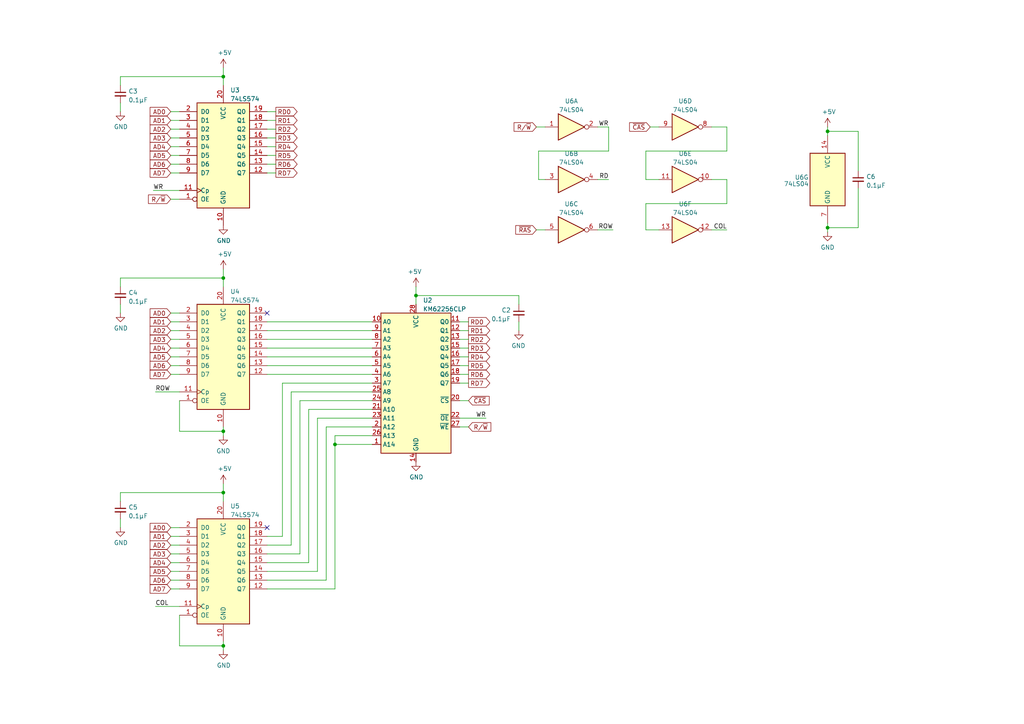
<source format=kicad_sch>
(kicad_sch (version 20211123) (generator eeschema)
  (paper "A4")
  (lib_symbols
    (symbol "74xx:74LS04"
      (property "Reference" "U" (at 0 1.27 0))
      (property "Value" "74LS04" (at 0 -1.27 0))
      (symbol "74LS04_1_0"
        (polyline (pts (xy -3.81 3.81) (xy -3.81 -3.81) (xy 3.81 0) (xy -3.81 3.81)) (stroke (width 0.254)) (fill (type background)))
        (pin input line (at -7.62 0 0) (length 3.81) (name "~") (number "1"))
        (pin output inverted (at 7.62 0 180) (length 3.81) (name "~") (number "2"))
      )
      (symbol "74LS04_2_0"
        (polyline (pts (xy -3.81 3.81) (xy -3.81 -3.81) (xy 3.81 0) (xy -3.81 3.81)) (stroke (width 0.254)) (fill (type background)))
        (pin input line (at -7.62 0 0) (length 3.81) (name "~") (number "3"))
        (pin output inverted (at 7.62 0 180) (length 3.81) (name "~") (number "4"))
      )
      (symbol "74LS04_3_0"
        (polyline (pts (xy -3.81 3.81) (xy -3.81 -3.81) (xy 3.81 0) (xy -3.81 3.81)) (stroke (width 0.254)) (fill (type background)))
        (pin input line (at -7.62 0 0) (length 3.81) (name "~") (number "5"))
        (pin output inverted (at 7.62 0 180) (length 3.81) (name "~") (number "6"))
      )
      (symbol "74LS04_4_0"
        (polyline (pts (xy -3.81 3.81) (xy -3.81 -3.81) (xy 3.81 0) (xy -3.81 3.81)) (stroke (width 0.254)) (fill (type background)))
        (pin output inverted (at 7.62 0 180) (length 3.81) (name "~") (number "8"))
        (pin input line (at -7.62 0 0) (length 3.81) (name "~") (number "9"))
      )
      (symbol "74LS04_5_0"
        (polyline (pts (xy -3.81 3.81) (xy -3.81 -3.81) (xy 3.81 0) (xy -3.81 3.81)) (stroke (width 0.254)) (fill (type background)))
        (pin output inverted (at 7.62 0 180) (length 3.81) (name "~") (number "10"))
        (pin input line (at -7.62 0 0) (length 3.81) (name "~") (number "11"))
      )
      (symbol "74LS04_6_0"
        (polyline (pts (xy -3.81 3.81) (xy -3.81 -3.81) (xy 3.81 0) (xy -3.81 3.81)) (stroke (width 0.254)) (fill (type background)))
        (pin output inverted (at 7.62 0 180) (length 3.81) (name "~") (number "12"))
        (pin input line (at -7.62 0 0) (length 3.81) (name "~") (number "13"))
      )
      (symbol "74LS04_7_0"
        (pin power_in line (at 0 12.7 270) (length 5.08) (name "VCC") (number "14"))
        (pin power_in line (at 0 -12.7 90) (length 5.08) (name "GND") (number "7"))
      )
      (symbol "74LS04_7_1"
        (rectangle (start -5.08 7.62) (end 5.08 -7.62) (stroke (width 0.254)) (fill (type background)))
      )
    )
    (symbol "74xx:74LS574" (pin_names (offset 1.016))
      (property "Reference" "U" (at -7.62 16.51 0))
      (property "Value" "74LS574" (at -7.62 -16.51 0))
      (symbol "74LS574_1_0"
        (pin input inverted (at -12.7 -12.7 0) (length 5.08) (name "OE") (number "1"))
        (pin power_in line (at 0 -20.32 90) (length 5.08) (name "GND") (number "10"))
        (pin input clock (at -12.7 -10.16 0) (length 5.08) (name "Cp") (number "11"))
        (pin tri_state line (at 12.7 -5.08 180) (length 5.08) (name "Q7") (number "12"))
        (pin tri_state line (at 12.7 -2.54 180) (length 5.08) (name "Q6") (number "13"))
        (pin tri_state line (at 12.7 0 180) (length 5.08) (name "Q5") (number "14"))
        (pin tri_state line (at 12.7 2.54 180) (length 5.08) (name "Q4") (number "15"))
        (pin tri_state line (at 12.7 5.08 180) (length 5.08) (name "Q3") (number "16"))
        (pin tri_state line (at 12.7 7.62 180) (length 5.08) (name "Q2") (number "17"))
        (pin tri_state line (at 12.7 10.16 180) (length 5.08) (name "Q1") (number "18"))
        (pin tri_state line (at 12.7 12.7 180) (length 5.08) (name "Q0") (number "19"))
        (pin input line (at -12.7 12.7 0) (length 5.08) (name "D0") (number "2"))
        (pin power_in line (at 0 20.32 270) (length 5.08) (name "VCC") (number "20"))
        (pin input line (at -12.7 10.16 0) (length 5.08) (name "D1") (number "3"))
        (pin input line (at -12.7 7.62 0) (length 5.08) (name "D2") (number "4"))
        (pin input line (at -12.7 5.08 0) (length 5.08) (name "D3") (number "5"))
        (pin input line (at -12.7 2.54 0) (length 5.08) (name "D4") (number "6"))
        (pin input line (at -12.7 0 0) (length 5.08) (name "D5") (number "7"))
        (pin input line (at -12.7 -2.54 0) (length 5.08) (name "D6") (number "8"))
        (pin input line (at -12.7 -5.08 0) (length 5.08) (name "D7") (number "9"))
      )
      (symbol "74LS574_1_1"
        (rectangle (start -7.62 15.24) (end 7.62 -15.24) (stroke (width 0.254)) (fill (type background)))
      )
    )
    (symbol "Device:C_Small" (pin_numbers hide) (pin_names (offset 0.254) hide)
      (property "Reference" "C" (at 0.254 1.778 0))
      (property "Value" "C_Small" (at 0.254 -2.032 0))
      (symbol "C_Small_0_1"
        (polyline (pts (xy -1.524 -0.508) (xy 1.524 -0.508)) (stroke (width 0.3302)))
        (polyline (pts (xy -1.524 0.508) (xy 1.524 0.508)) (stroke (width 0.3048)))
      )
      (symbol "C_Small_1_1"
        (pin passive line (at 0 2.54 270) (length 2.032) (name "~") (number "1"))
        (pin passive line (at 0 -2.54 90) (length 2.032) (name "~") (number "2"))
      )
    )
    (symbol "Memory_RAM:KM62256CLP"
      (property "Reference" "U" (at -10.16 20.955 0))
      (property "Value" "KM62256CLP" (at 2.54 20.955 0))
      (symbol "KM62256CLP_0_0"
        (pin power_in line (at 0 -22.86 90) (length 2.54) (name "GND") (number "14"))
        (pin power_in line (at 0 22.86 270) (length 2.54) (name "VCC") (number "28"))
      )
      (symbol "KM62256CLP_0_1"
        (rectangle (start -10.16 20.32) (end 10.16 -20.32) (stroke (width 0.254)) (fill (type background)))
      )
      (symbol "KM62256CLP_1_1"
        (pin input line (at -12.7 -17.78 0) (length 2.54) (name "A14") (number "1"))
        (pin input line (at -12.7 17.78 0) (length 2.54) (name "A0") (number "10"))
        (pin tri_state line (at 12.7 17.78 180) (length 2.54) (name "Q0") (number "11"))
        (pin tri_state line (at 12.7 15.24 180) (length 2.54) (name "Q1") (number "12"))
        (pin tri_state line (at 12.7 12.7 180) (length 2.54) (name "Q2") (number "13"))
        (pin tri_state line (at 12.7 10.16 180) (length 2.54) (name "Q3") (number "15"))
        (pin tri_state line (at 12.7 7.62 180) (length 2.54) (name "Q4") (number "16"))
        (pin tri_state line (at 12.7 5.08 180) (length 2.54) (name "Q5") (number "17"))
        (pin tri_state line (at 12.7 2.54 180) (length 2.54) (name "Q6") (number "18"))
        (pin tri_state line (at 12.7 0 180) (length 2.54) (name "Q7") (number "19"))
        (pin input line (at -12.7 -12.7 0) (length 2.54) (name "A12") (number "2"))
        (pin input line (at 12.7 -5.08 180) (length 2.54) (name "~{CS}") (number "20"))
        (pin input line (at -12.7 -7.62 0) (length 2.54) (name "A10") (number "21"))
        (pin input line (at 12.7 -10.16 180) (length 2.54) (name "~{OE}") (number "22"))
        (pin input line (at -12.7 -10.16 0) (length 2.54) (name "A11") (number "23"))
        (pin input line (at -12.7 -5.08 0) (length 2.54) (name "A9") (number "24"))
        (pin input line (at -12.7 -2.54 0) (length 2.54) (name "A8") (number "25"))
        (pin input line (at -12.7 -15.24 0) (length 2.54) (name "A13") (number "26"))
        (pin input line (at 12.7 -12.7 180) (length 2.54) (name "~{WE}") (number "27"))
        (pin input line (at -12.7 0 0) (length 2.54) (name "A7") (number "3"))
        (pin input line (at -12.7 2.54 0) (length 2.54) (name "A6") (number "4"))
        (pin input line (at -12.7 5.08 0) (length 2.54) (name "A5") (number "5"))
        (pin input line (at -12.7 7.62 0) (length 2.54) (name "A4") (number "6"))
        (pin input line (at -12.7 10.16 0) (length 2.54) (name "A3") (number "7"))
        (pin input line (at -12.7 12.7 0) (length 2.54) (name "A2") (number "8"))
        (pin input line (at -12.7 15.24 0) (length 2.54) (name "A1") (number "9"))
      )
    )
    (symbol "power:+5V" (power) (pin_names (offset 0))
      (property "Value" "+5V" (at 0 3.556 0))
      (symbol "+5V_0_1"
        (polyline (pts (xy -0.762 1.27) (xy 0 2.54)))
        (polyline (pts (xy 0 0) (xy 0 2.54)))
        (polyline (pts (xy 0 2.54) (xy 0.762 1.27)))
      )
      (symbol "+5V_1_1"
        (pin power_in line (at 0 0 90) (length 0) hide (name "+5V") (number "1"))
      )
    )
    (symbol "power:GND" (power) (pin_names (offset 0))
      (property "Value" "GND" (at 0 -3.81 0))
      (symbol "GND_0_1"
        (polyline (pts (xy 0 0) (xy 0 -1.27) (xy 1.27 -1.27) (xy 0 -2.54) (xy -1.27 -1.27) (xy 0 -1.27)))
      )
      (symbol "GND_1_1"
        (pin power_in line (at 0 0 270) (length 0) hide (name "GND") (number "1"))
      )
    )
  )
  (junction (at 240.03 66.04))
  (junction (at 64.77 22.225))
  (junction (at 64.77 142.875))
  (junction (at 64.77 80.645))
  (junction (at 240.03 38.1))
  (junction (at 120.65 85.725))
  (junction (at 64.77 125.095))
  (junction (at 64.77 187.325))
  (junction (at 97.155 128.905))
  (no_connect (at 77.47 90.805))
  (no_connect (at 77.47 153.035))
  (wire (pts (xy 86.995 116.205) (xy 86.995 160.655)))
  (wire (pts (xy 135.89 111.125) (xy 133.35 111.125)))
  (wire (pts (xy 135.89 108.585) (xy 133.35 108.585)))
  (wire (pts (xy 187.325 43.815) (xy 187.325 52.07)))
  (wire (pts (xy 34.925 142.875) (xy 34.925 145.415)))
  (wire (pts (xy 248.92 66.04) (xy 240.03 66.04)))
  (wire (pts (xy 49.53 40.005) (xy 52.07 40.005)))
  (wire (pts (xy 52.07 57.785) (xy 49.53 57.785)))
  (wire (pts (xy 49.53 155.575) (xy 52.07 155.575)))
  (wire (pts (xy 77.47 106.045) (xy 107.95 106.045)))
  (wire (pts (xy 84.455 158.115) (xy 84.455 113.665)))
  (wire (pts (xy 150.495 95.885) (xy 150.495 93.345)))
  (wire (pts (xy 176.53 43.815) (xy 156.21 43.815)))
  (wire (pts (xy 49.53 90.805) (xy 52.07 90.805)))
  (wire (pts (xy 80.01 37.465) (xy 77.47 37.465)))
  (wire (pts (xy 84.455 113.665) (xy 107.95 113.665)))
  (wire (pts (xy 77.47 103.505) (xy 107.95 103.505)))
  (wire (pts (xy 97.155 170.815) (xy 77.47 170.815)))
  (wire (pts (xy 77.47 95.885) (xy 107.95 95.885)))
  (wire (pts (xy 77.47 155.575) (xy 81.915 155.575)))
  (wire (pts (xy 173.355 52.07) (xy 176.53 52.07)))
  (wire (pts (xy 206.375 52.07) (xy 210.82 52.07)))
  (wire (pts (xy 45.085 175.895) (xy 52.07 175.895)))
  (wire (pts (xy 120.65 83.185) (xy 120.65 85.725)))
  (wire (pts (xy 210.82 66.675) (xy 206.375 66.675)))
  (wire (pts (xy 92.075 121.285) (xy 92.075 165.735)))
  (wire (pts (xy 240.03 66.04) (xy 240.03 64.77)))
  (wire (pts (xy 135.89 93.345) (xy 133.35 93.345)))
  (wire (pts (xy 64.77 125.095) (xy 64.77 123.825)))
  (wire (pts (xy 97.155 128.905) (xy 97.155 170.815)))
  (wire (pts (xy 77.47 168.275) (xy 94.615 168.275)))
  (wire (pts (xy 34.925 22.225) (xy 34.925 24.765)))
  (wire (pts (xy 49.53 50.165) (xy 52.07 50.165)))
  (wire (pts (xy 135.89 98.425) (xy 133.35 98.425)))
  (wire (pts (xy 49.53 37.465) (xy 52.07 37.465)))
  (wire (pts (xy 49.53 163.195) (xy 52.07 163.195)))
  (wire (pts (xy 64.77 19.685) (xy 64.77 22.225)))
  (wire (pts (xy 49.53 165.735) (xy 52.07 165.735)))
  (wire (pts (xy 206.375 36.83) (xy 210.82 36.83)))
  (wire (pts (xy 120.65 85.725) (xy 120.65 88.265)))
  (wire (pts (xy 52.07 116.205) (xy 52.07 125.095)))
  (wire (pts (xy 210.82 59.055) (xy 187.325 59.055)))
  (wire (pts (xy 187.325 52.07) (xy 191.135 52.07)))
  (wire (pts (xy 135.89 95.885) (xy 133.35 95.885)))
  (wire (pts (xy 80.01 45.085) (xy 77.47 45.085)))
  (wire (pts (xy 135.89 100.965) (xy 133.35 100.965)))
  (wire (pts (xy 64.77 22.225) (xy 64.77 24.765)))
  (wire (pts (xy 135.89 103.505) (xy 133.35 103.505)))
  (wire (pts (xy 240.03 38.1) (xy 240.03 39.37)))
  (wire (pts (xy 240.03 38.1) (xy 248.92 38.1)))
  (wire (pts (xy 34.925 80.645) (xy 34.925 83.185)))
  (wire (pts (xy 34.925 32.385) (xy 34.925 29.845)))
  (wire (pts (xy 49.53 170.815) (xy 52.07 170.815)))
  (wire (pts (xy 248.92 38.1) (xy 248.92 49.53)))
  (wire (pts (xy 49.53 108.585) (xy 52.07 108.585)))
  (wire (pts (xy 77.47 108.585) (xy 107.95 108.585)))
  (wire (pts (xy 64.77 140.335) (xy 64.77 142.875)))
  (wire (pts (xy 187.325 59.055) (xy 187.325 66.675)))
  (wire (pts (xy 176.53 36.83) (xy 176.53 43.815)))
  (wire (pts (xy 150.495 85.725) (xy 150.495 88.265)))
  (wire (pts (xy 64.77 78.105) (xy 64.77 80.645)))
  (wire (pts (xy 80.01 42.545) (xy 77.47 42.545)))
  (wire (pts (xy 210.82 52.07) (xy 210.82 59.055)))
  (wire (pts (xy 77.47 158.115) (xy 84.455 158.115)))
  (wire (pts (xy 64.77 126.365) (xy 64.77 125.095)))
  (wire (pts (xy 49.53 93.345) (xy 52.07 93.345)))
  (wire (pts (xy 77.47 100.965) (xy 107.95 100.965)))
  (wire (pts (xy 49.53 100.965) (xy 52.07 100.965)))
  (wire (pts (xy 210.82 36.83) (xy 210.82 43.815)))
  (wire (pts (xy 45.085 113.665) (xy 52.07 113.665)))
  (wire (pts (xy 86.995 160.655) (xy 77.47 160.655)))
  (wire (pts (xy 77.47 98.425) (xy 107.95 98.425)))
  (wire (pts (xy 49.53 42.545) (xy 52.07 42.545)))
  (wire (pts (xy 49.53 160.655) (xy 52.07 160.655)))
  (wire (pts (xy 92.075 165.735) (xy 77.47 165.735)))
  (wire (pts (xy 49.53 47.625) (xy 52.07 47.625)))
  (wire (pts (xy 107.95 116.205) (xy 86.995 116.205)))
  (wire (pts (xy 107.95 121.285) (xy 92.075 121.285)))
  (wire (pts (xy 80.01 34.925) (xy 77.47 34.925)))
  (wire (pts (xy 64.77 187.325) (xy 64.77 186.055)))
  (wire (pts (xy 120.65 85.725) (xy 150.495 85.725)))
  (wire (pts (xy 158.115 66.675) (xy 155.575 66.675)))
  (wire (pts (xy 248.92 54.61) (xy 248.92 66.04)))
  (wire (pts (xy 133.35 116.205) (xy 135.89 116.205)))
  (wire (pts (xy 94.615 168.275) (xy 94.615 123.825)))
  (wire (pts (xy 64.77 22.225) (xy 34.925 22.225)))
  (wire (pts (xy 64.77 188.595) (xy 64.77 187.325)))
  (wire (pts (xy 34.925 153.035) (xy 34.925 150.495)))
  (wire (pts (xy 156.21 43.815) (xy 156.21 52.07)))
  (wire (pts (xy 89.535 118.745) (xy 107.95 118.745)))
  (wire (pts (xy 133.35 123.825) (xy 135.89 123.825)))
  (wire (pts (xy 173.355 66.675) (xy 177.8 66.675)))
  (wire (pts (xy 80.01 50.165) (xy 77.47 50.165)))
  (wire (pts (xy 240.03 36.83) (xy 240.03 38.1)))
  (wire (pts (xy 64.77 142.875) (xy 34.925 142.875)))
  (wire (pts (xy 81.915 111.125) (xy 107.95 111.125)))
  (wire (pts (xy 49.53 32.385) (xy 52.07 32.385)))
  (wire (pts (xy 49.53 98.425) (xy 52.07 98.425)))
  (wire (pts (xy 80.01 40.005) (xy 77.47 40.005)))
  (wire (pts (xy 49.53 45.085) (xy 52.07 45.085)))
  (wire (pts (xy 49.53 95.885) (xy 52.07 95.885)))
  (wire (pts (xy 97.155 128.905) (xy 107.95 128.905)))
  (wire (pts (xy 107.95 126.365) (xy 97.155 126.365)))
  (wire (pts (xy 49.53 34.925) (xy 52.07 34.925)))
  (wire (pts (xy 77.47 163.195) (xy 89.535 163.195)))
  (wire (pts (xy 191.135 36.83) (xy 188.595 36.83)))
  (wire (pts (xy 52.07 187.325) (xy 64.77 187.325)))
  (wire (pts (xy 210.82 43.815) (xy 187.325 43.815)))
  (wire (pts (xy 49.53 168.275) (xy 52.07 168.275)))
  (wire (pts (xy 34.925 90.805) (xy 34.925 88.265)))
  (wire (pts (xy 80.01 32.385) (xy 77.47 32.385)))
  (wire (pts (xy 49.53 106.045) (xy 52.07 106.045)))
  (wire (pts (xy 44.45 55.245) (xy 52.07 55.245)))
  (wire (pts (xy 89.535 163.195) (xy 89.535 118.745)))
  (wire (pts (xy 94.615 123.825) (xy 107.95 123.825)))
  (wire (pts (xy 77.47 93.345) (xy 107.95 93.345)))
  (wire (pts (xy 64.77 142.875) (xy 64.77 145.415)))
  (wire (pts (xy 49.53 153.035) (xy 52.07 153.035)))
  (wire (pts (xy 135.89 106.045) (xy 133.35 106.045)))
  (wire (pts (xy 156.21 52.07) (xy 158.115 52.07)))
  (wire (pts (xy 140.97 121.285) (xy 133.35 121.285)))
  (wire (pts (xy 97.155 126.365) (xy 97.155 128.905)))
  (wire (pts (xy 240.03 67.31) (xy 240.03 66.04)))
  (wire (pts (xy 52.07 125.095) (xy 64.77 125.095)))
  (wire (pts (xy 173.355 36.83) (xy 176.53 36.83)))
  (wire (pts (xy 81.915 155.575) (xy 81.915 111.125)))
  (wire (pts (xy 64.77 80.645) (xy 34.925 80.645)))
  (wire (pts (xy 49.53 158.115) (xy 52.07 158.115)))
  (wire (pts (xy 52.07 178.435) (xy 52.07 187.325)))
  (wire (pts (xy 158.115 36.83) (xy 155.575 36.83)))
  (wire (pts (xy 64.77 80.645) (xy 64.77 83.185)))
  (wire (pts (xy 187.325 66.675) (xy 191.135 66.675)))
  (wire (pts (xy 80.01 47.625) (xy 77.47 47.625)))
  (wire (pts (xy 49.53 103.505) (xy 52.07 103.505)))
  (label "COL" (at 45.085 175.895 0))
  (label "WR" (at 140.97 121.285 180))
  (label "ROW" (at 45.085 113.665 0))
  (label "RD" (at 176.53 52.07 180))
  (label "COL" (at 210.82 66.675 180))
  (label "ROW" (at 177.8 66.675 180))
  (label "WR" (at 44.45 55.245 0))
  (label "WR" (at 176.53 36.83 180))
  (global_label "~{CAS}" (shape input) (at 135.89 116.205 0) (property "Intersheet References" "${INTERSHEET_REFS}" (effects hide)))
  (global_label "AD3" (shape input) (at 49.53 160.655 180) (property "Intersheet References" "${INTERSHEET_REFS}" (effects hide)))
  (global_label "R{slash}~{W}" (shape input) (at 49.53 57.785 180) (property "Intersheet References" "${INTERSHEET_REFS}" (effects hide)))
  (global_label "AD2" (shape input) (at 49.53 95.885 180) (property "Intersheet References" "${INTERSHEET_REFS}" (effects hide)))
  (global_label "RD3" (shape output) (at 80.01 40.005 0) (property "Intersheet References" "${INTERSHEET_REFS}" (effects hide)))
  (global_label "RD1" (shape output) (at 80.01 34.925 0) (property "Intersheet References" "${INTERSHEET_REFS}" (effects hide)))
  (global_label "~{CAS}" (shape input) (at 188.595 36.83 180) (property "Intersheet References" "${INTERSHEET_REFS}" (effects hide)))
  (global_label "RD7" (shape output) (at 80.01 50.165 0) (property "Intersheet References" "${INTERSHEET_REFS}" (effects hide)))
  (global_label "AD6" (shape input) (at 49.53 106.045 180) (property "Intersheet References" "${INTERSHEET_REFS}" (effects hide)))
  (global_label "AD0" (shape input) (at 49.53 153.035 180) (property "Intersheet References" "${INTERSHEET_REFS}" (effects hide)))
  (global_label "RD2" (shape output) (at 135.89 98.425 0) (property "Intersheet References" "${INTERSHEET_REFS}" (effects hide)))
  (global_label "AD1" (shape input) (at 49.53 34.925 180) (property "Intersheet References" "${INTERSHEET_REFS}" (effects hide)))
  (global_label "AD7" (shape input) (at 49.53 170.815 180) (property "Intersheet References" "${INTERSHEET_REFS}" (effects hide)))
  (global_label "RD6" (shape output) (at 135.89 108.585 0) (property "Intersheet References" "${INTERSHEET_REFS}" (effects hide)))
  (global_label "RD5" (shape output) (at 135.89 106.045 0) (property "Intersheet References" "${INTERSHEET_REFS}" (effects hide)))
  (global_label "AD7" (shape input) (at 49.53 50.165 180) (property "Intersheet References" "${INTERSHEET_REFS}" (effects hide)))
  (global_label "RD6" (shape output) (at 80.01 47.625 0) (property "Intersheet References" "${INTERSHEET_REFS}" (effects hide)))
  (global_label "AD3" (shape input) (at 49.53 98.425 180) (property "Intersheet References" "${INTERSHEET_REFS}" (effects hide)))
  (global_label "AD4" (shape input) (at 49.53 163.195 180) (property "Intersheet References" "${INTERSHEET_REFS}" (effects hide)))
  (global_label "RD3" (shape output) (at 135.89 100.965 0) (property "Intersheet References" "${INTERSHEET_REFS}" (effects hide)))
  (global_label "RD5" (shape output) (at 80.01 45.085 0) (property "Intersheet References" "${INTERSHEET_REFS}" (effects hide)))
  (global_label "AD0" (shape input) (at 49.53 90.805 180) (property "Intersheet References" "${INTERSHEET_REFS}" (effects hide)))
  (global_label "RD4" (shape output) (at 80.01 42.545 0) (property "Intersheet References" "${INTERSHEET_REFS}" (effects hide)))
  (global_label "RD0" (shape output) (at 135.89 93.345 0) (property "Intersheet References" "${INTERSHEET_REFS}" (effects hide)))
  (global_label "R{slash}~{W}" (shape input) (at 155.575 36.83 180) (property "Intersheet References" "${INTERSHEET_REFS}" (effects hide)))
  (global_label "AD2" (shape input) (at 49.53 37.465 180) (property "Intersheet References" "${INTERSHEET_REFS}" (effects hide)))
  (global_label "AD5" (shape input) (at 49.53 103.505 180) (property "Intersheet References" "${INTERSHEET_REFS}" (effects hide)))
  (global_label "AD2" (shape input) (at 49.53 158.115 180) (property "Intersheet References" "${INTERSHEET_REFS}" (effects hide)))
  (global_label "AD1" (shape input) (at 49.53 93.345 180) (property "Intersheet References" "${INTERSHEET_REFS}" (effects hide)))
  (global_label "RD2" (shape output) (at 80.01 37.465 0) (property "Intersheet References" "${INTERSHEET_REFS}" (effects hide)))
  (global_label "RD7" (shape output) (at 135.89 111.125 0) (property "Intersheet References" "${INTERSHEET_REFS}" (effects hide)))
  (global_label "AD7" (shape input) (at 49.53 108.585 180) (property "Intersheet References" "${INTERSHEET_REFS}" (effects hide)))
  (global_label "RD4" (shape output) (at 135.89 103.505 0) (property "Intersheet References" "${INTERSHEET_REFS}" (effects hide)))
  (global_label "AD1" (shape input) (at 49.53 155.575 180) (property "Intersheet References" "${INTERSHEET_REFS}" (effects hide)))
  (global_label "AD6" (shape input) (at 49.53 168.275 180) (property "Intersheet References" "${INTERSHEET_REFS}" (effects hide)))
  (global_label "AD5" (shape input) (at 49.53 165.735 180) (property "Intersheet References" "${INTERSHEET_REFS}" (effects hide)))
  (global_label "AD5" (shape input) (at 49.53 45.085 180) (property "Intersheet References" "${INTERSHEET_REFS}" (effects hide)))
  (global_label "R{slash}~{W}" (shape input) (at 135.89 123.825 0) (property "Intersheet References" "${INTERSHEET_REFS}" (effects hide)))
  (global_label "~{RAS}" (shape input) (at 155.575 66.675 180) (property "Intersheet References" "${INTERSHEET_REFS}" (effects hide)))
  (global_label "AD4" (shape input) (at 49.53 42.545 180) (property "Intersheet References" "${INTERSHEET_REFS}" (effects hide)))
  (global_label "AD3" (shape input) (at 49.53 40.005 180) (property "Intersheet References" "${INTERSHEET_REFS}" (effects hide)))
  (global_label "RD0" (shape output) (at 80.01 32.385 0) (property "Intersheet References" "${INTERSHEET_REFS}" (effects hide)))
  (global_label "AD4" (shape input) (at 49.53 100.965 180) (property "Intersheet References" "${INTERSHEET_REFS}" (effects hide)))
  (global_label "AD0" (shape input) (at 49.53 32.385 180) (property "Intersheet References" "${INTERSHEET_REFS}" (effects hide)))
  (global_label "AD6" (shape input) (at 49.53 47.625 180) (property "Intersheet References" "${INTERSHEET_REFS}" (effects hide)))
  (global_label "RD1" (shape output) (at 135.89 95.885 0) (property "Intersheet References" "${INTERSHEET_REFS}" (effects hide)))
  (symbol (lib_id "power:GND") (at 34.925 32.385 0) (unit 1)
    (property "Reference" "#PWR06" (effects hide))
    (property "Value" "GND" (at 35.052 36.7792 0))
  )
  (symbol (lib_id "power:+5V") (at 120.65 83.185 0) (mirror y) (unit 1)
    (property "Reference" "#PWR015" (effects hide))
    (property "Value" "+5V" (at 120.269 78.7908 0))
  )
  (symbol (lib_id "Device:C_Small") (at 150.495 90.805 0) (mirror y) (unit 1)
    (property "Reference" "C2" (at 148.1709 89.9766 0) (effects (justify left)))
    (property "Value" "0.1µF" (at 148.1709 92.5135 0) (effects (justify left)))
    (property "Footprint" "Capacitor_THT:C_Disc_D5.0mm_W2.5mm_P2.50mm" (effects hide))
  )
  (symbol (lib_id "power:+5V") (at 64.77 19.685 0) (unit 1)
    (property "Reference" "#PWR09" (effects hide))
    (property "Value" "+5V" (at 65.151 15.2908 0))
  )
  (symbol (lib_id "Device:C_Small") (at 34.925 147.955 0) (unit 1)
    (property "Reference" "C5" (at 37.2491 147.1266 0) (effects (justify left)))
    (property "Value" "0.1µF" (at 37.2491 149.6635 0) (effects (justify left)))
    (property "Footprint" "Capacitor_THT:C_Disc_D5.0mm_W2.5mm_P2.50mm" (effects hide))
  )
  (symbol (lib_id "74xx:74LS04") (at 240.03 52.07 0) (unit 7)
    (property "Reference" "U6" (at 230.505 51.435 0) (effects (justify left)))
    (property "Value" "74LS04" (at 227.33 53.34 0) (effects (justify left)))
    (property "Footprint" "Package_DIP:DIP-14_W7.62mm" (effects hide))
    (property "Datasheet" "http://www.ti.com/lit/gpn/sn74LS04" (effects hide))
  )
  (symbol (lib_id "power:GND") (at 120.65 133.985 0) (unit 1)
    (property "Reference" "#PWR016" (effects hide))
    (property "Value" "GND" (at 120.777 138.3792 0))
  )
  (symbol (lib_id "Device:C_Small") (at 34.925 27.305 0) (unit 1)
    (property "Reference" "C3" (at 37.2491 26.4766 0) (effects (justify left)))
    (property "Value" "0.1µF" (at 37.2491 29.0135 0) (effects (justify left)))
    (property "Footprint" "Capacitor_THT:C_Disc_D5.0mm_W2.5mm_P2.50mm" (effects hide))
  )
  (symbol (lib_id "74xx:74LS04") (at 198.755 52.07 0) (unit 5)
    (property "Reference" "U6" (at 198.755 44.5602 0))
    (property "Value" "74LS04" (at 198.755 47.0971 0))
    (property "Footprint" "Package_DIP:DIP-14_W7.62mm" (effects hide))
    (property "Datasheet" "http://www.ti.com/lit/gpn/sn74LS04" (effects hide))
  )
  (symbol (lib_id "power:GND") (at 64.77 126.365 0) (unit 1)
    (property "Reference" "#PWR012" (effects hide))
    (property "Value" "GND" (at 64.77 130.81 0))
  )
  (symbol (lib_id "74xx:74LS574") (at 64.77 45.085 0) (unit 1)
    (property "Reference" "U3" (at 66.7894 26.1452 0) (effects (justify left)))
    (property "Value" "74LS574" (at 66.7894 28.6821 0) (effects (justify left)))
    (property "Footprint" "Package_DIP:DIP-20_W7.62mm" (effects hide))
    (property "Datasheet" "http://www.ti.com/lit/gpn/sn74LS574" (effects hide))
  )
  (symbol (lib_id "74xx:74LS04") (at 165.735 36.83 0) (unit 1)
    (property "Reference" "U6" (at 165.735 29.3202 0))
    (property "Value" "74LS04" (at 165.735 31.8571 0))
    (property "Footprint" "Package_DIP:DIP-14_W7.62mm" (effects hide))
    (property "Datasheet" "http://www.ti.com/lit/gpn/sn74LS04" (effects hide))
  )
  (symbol (lib_id "power:GND") (at 64.77 65.405 0) (unit 1)
    (property "Reference" "#PWR010" (effects hide))
    (property "Value" "GND" (at 64.897 69.7992 0))
  )
  (symbol (lib_id "74xx:74LS04") (at 198.755 66.675 0) (unit 6)
    (property "Reference" "U6" (at 198.755 59.1652 0))
    (property "Value" "74LS04" (at 198.755 61.7021 0))
    (property "Footprint" "Package_DIP:DIP-14_W7.62mm" (effects hide))
    (property "Datasheet" "http://www.ti.com/lit/gpn/sn74LS04" (effects hide))
  )
  (symbol (lib_id "74xx:74LS04") (at 198.755 36.83 0) (unit 4)
    (property "Reference" "U6" (at 198.755 29.3202 0))
    (property "Value" "74LS04" (at 198.755 31.8571 0))
    (property "Footprint" "Package_DIP:DIP-14_W7.62mm" (effects hide))
    (property "Datasheet" "http://www.ti.com/lit/gpn/sn74LS04" (effects hide))
  )
  (symbol (lib_id "power:GND") (at 64.77 188.595 0) (unit 1)
    (property "Reference" "#PWR014" (effects hide))
    (property "Value" "GND" (at 64.897 192.9892 0))
  )
  (symbol (lib_id "power:GND") (at 240.03 67.31 0) (unit 1)
    (property "Reference" "#PWR019" (effects hide))
    (property "Value" "GND" (at 240.03 71.755 0))
  )
  (symbol (lib_id "74xx:74LS04") (at 165.735 52.07 0) (unit 2)
    (property "Reference" "U6" (at 165.735 44.5602 0))
    (property "Value" "74LS04" (at 165.735 47.0971 0))
    (property "Footprint" "Package_DIP:DIP-14_W7.62mm" (effects hide))
    (property "Datasheet" "http://www.ti.com/lit/gpn/sn74LS04" (effects hide))
  )
  (symbol (lib_id "power:GND") (at 34.925 153.035 0) (unit 1)
    (property "Reference" "#PWR08" (effects hide))
    (property "Value" "GND" (at 35.052 157.4292 0))
  )
  (symbol (lib_id "power:+5V") (at 64.77 140.335 0) (unit 1)
    (property "Reference" "#PWR013" (effects hide))
    (property "Value" "+5V" (at 65.151 135.9408 0))
  )
  (symbol (lib_id "74xx:74LS04") (at 165.735 66.675 0) (unit 3)
    (property "Reference" "U6" (at 165.735 59.1652 0))
    (property "Value" "74LS04" (at 165.735 61.7021 0))
    (property "Footprint" "Package_DIP:DIP-14_W7.62mm" (effects hide))
    (property "Datasheet" "http://www.ti.com/lit/gpn/sn74LS04" (effects hide))
  )
  (symbol (lib_id "power:GND") (at 34.925 90.805 0) (unit 1)
    (property "Reference" "#PWR07" (effects hide))
    (property "Value" "GND" (at 35.052 95.1992 0))
  )
  (symbol (lib_id "Device:C_Small") (at 248.92 52.07 0) (unit 1)
    (property "Reference" "C6" (at 251.2441 51.2416 0) (effects (justify left)))
    (property "Value" "0.1µF" (at 251.2441 53.7785 0) (effects (justify left)))
    (property "Footprint" "Capacitor_THT:C_Disc_D5.0mm_W2.5mm_P2.50mm" (effects hide))
  )
  (symbol (lib_id "74xx:74LS574") (at 64.77 103.505 0) (unit 1)
    (property "Reference" "U4" (at 66.7894 84.5652 0) (effects (justify left)))
    (property "Value" "74LS574" (at 66.7894 87.1021 0) (effects (justify left)))
    (property "Footprint" "Package_DIP:DIP-20_W7.62mm" (effects hide))
    (property "Datasheet" "http://www.ti.com/lit/gpn/sn74LS574" (effects hide))
  )
  (symbol (lib_id "power:+5V") (at 64.77 78.105 0) (unit 1)
    (property "Reference" "#PWR011" (effects hide))
    (property "Value" "+5V" (at 65.151 73.7108 0))
  )
  (symbol (lib_id "74xx:74LS574") (at 64.77 165.735 0) (unit 1)
    (property "Reference" "U5" (at 66.7894 146.7952 0) (effects (justify left)))
    (property "Value" "74LS574" (at 66.7894 149.3321 0) (effects (justify left)))
    (property "Footprint" "Package_DIP:DIP-20_W7.62mm" (effects hide))
    (property "Datasheet" "http://www.ti.com/lit/gpn/sn74LS574" (effects hide))
  )
  (symbol (lib_id "power:GND") (at 150.495 95.885 0) (mirror y) (unit 1)
    (property "Reference" "#PWR017" (effects hide))
    (property "Value" "GND" (at 150.368 100.2792 0))
  )
  (symbol (lib_id "power:+5V") (at 240.03 36.83 0) (unit 1)
    (property "Reference" "#PWR018" (effects hide))
    (property "Value" "+5V" (at 240.411 32.4358 0))
  )
  (symbol (lib_id "Memory_RAM:KM62256CLP") (at 120.65 111.125 0) (unit 1)
    (property "Reference" "U2" (at 122.6694 87.1052 0) (effects (justify left)))
    (property "Value" "KM62256CLP" (at 122.6694 89.6421 0) (effects (justify left)))
    (property "Footprint" "Package_DIP:DIP-28_W15.24mm" (effects hide))
    (property "Datasheet" "https://www.futurlec.com/Datasheet/Memory/62256.pdf" (effects hide))
  )
  (symbol (lib_id "Device:C_Small") (at 34.925 85.725 0) (unit 1)
    (property "Reference" "C4" (at 37.2491 84.8966 0) (effects (justify left)))
    (property "Value" "0.1µF" (at 37.2491 87.4335 0) (effects (justify left)))
    (property "Footprint" "Capacitor_THT:C_Disc_D5.0mm_W2.5mm_P2.50mm" (effects hide))
  )
)
</source>
